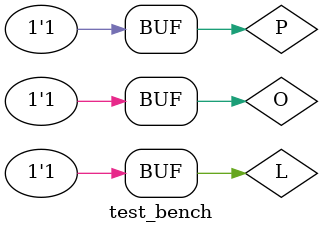
<source format=v>
module test_bench;
  wire X;
  reg L,P,O;

  nand_implement F(L,P,O,X);

  initial begin
    L = 1'b0; P = 1'b0; O = 1'b0; #20;
    L = 1'b0; P = 1'b0; O = 1'b1; #20;
    L = 1'b0; P = 1'b1; O = 1'b0; #20;
    L = 1'b0; P = 1'b1; O = 1'b1; #20;
    L = 1'b1; P = 1'b0; O = 1'b0; #20;
    L = 1'b1; P = 1'b0; O = 1'b1; #20;
    L = 1'b1; P = 1'b1; O = 1'b0; #20;
    L = 1'b1; P = 1'b1; O = 1'b1; #20;
  end

  initial begin
    $monitor($time, "L=%b, P=%b, O=%b, X=%b",L,P,O,X);
  end

  initial begin
    $dumpfile("dumpfile.vcd");
    $dumpvars(1,test_bench);
  end

endmodule
    

</source>
